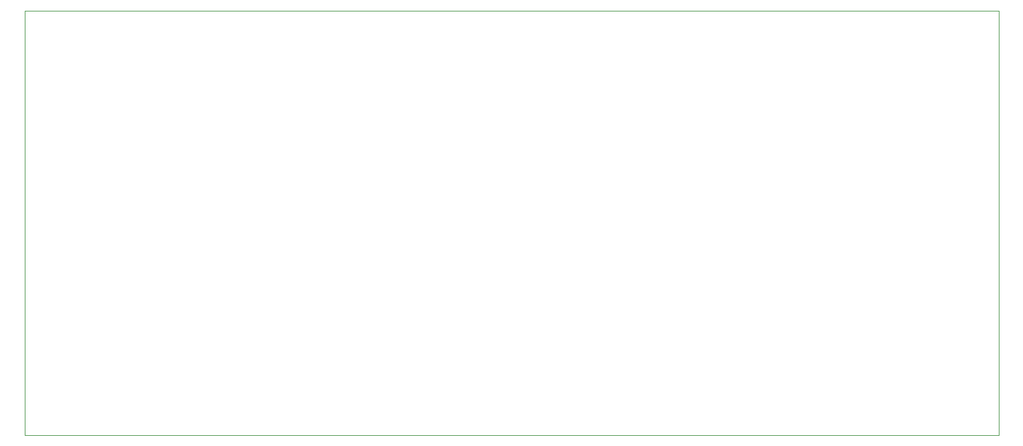
<source format=gbr>
G04 #@! TF.GenerationSoftware,KiCad,Pcbnew,(6.0.0-rc1-dev-305-gf0b8b2136)*
G04 #@! TF.CreationDate,2019-06-24T13:23:36-06:00*
G04 #@! TF.ProjectId,Station04,53746174696F6E30342E6B696361645F,rev?*
G04 #@! TF.SameCoordinates,Original*
G04 #@! TF.FileFunction,Profile,NP*
%FSLAX46Y46*%
G04 Gerber Fmt 4.6, Leading zero omitted, Abs format (unit mm)*
G04 Created by KiCad (PCBNEW (6.0.0-rc1-dev-305-gf0b8b2136)) date 06/24/19 13:23:36*
%MOMM*%
%LPD*%
G01*
G04 APERTURE LIST*
%ADD10C,0.050000*%
G04 APERTURE END LIST*
D10*
X0Y0D02*
X129700000Y0D01*
X129700000Y-56470000D02*
X129700000Y0D01*
X129700000Y-56470000D02*
X0Y-56470000D01*
X0Y0D02*
X0Y-56470000D01*
M02*

</source>
